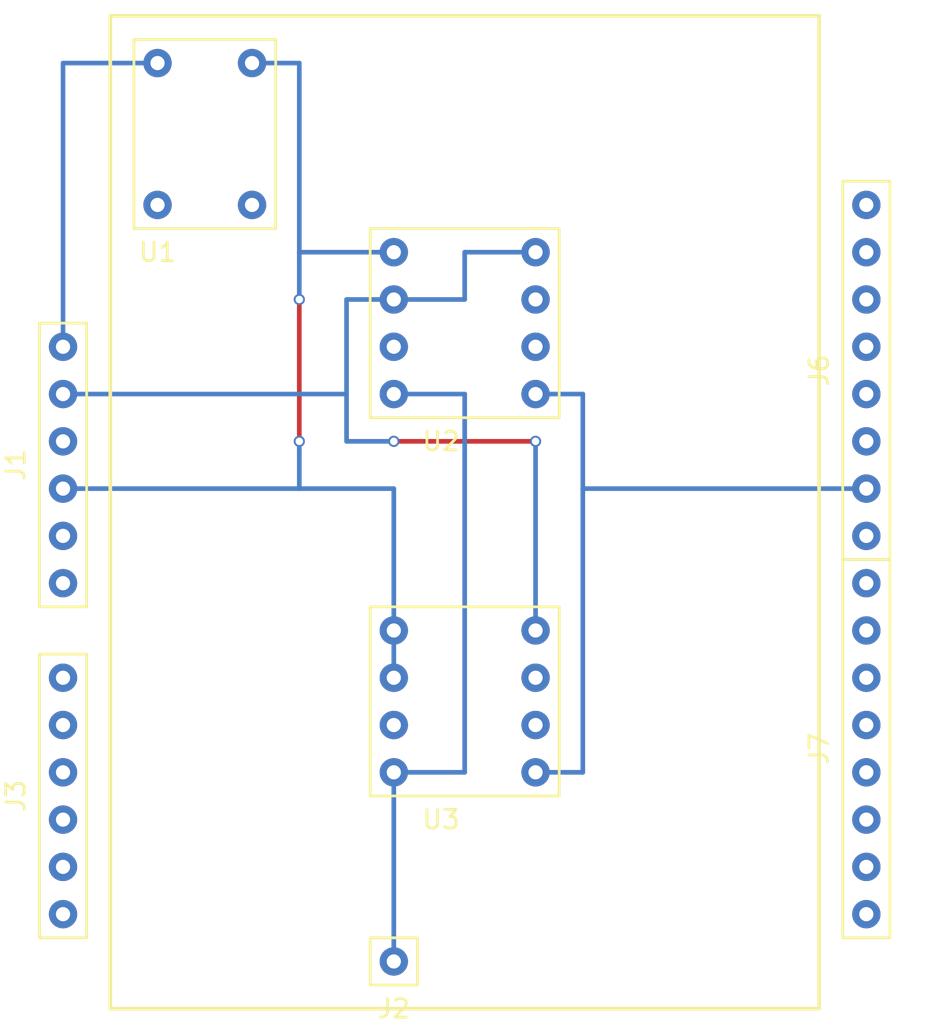
<source format=kicad_pcb>
(kicad_pcb (version 4) (host pcbnew 4.0.7)

  (general
    (links 12)
    (no_connects 1)
    (area 105.084999 84.115 158.555 139.505)
    (thickness 1.6)
    (drawings 4)
    (tracks 34)
    (zones 0)
    (modules 8)
    (nets 38)
  )

  (page A4)
  (layers
    (0 F.Cu signal)
    (31 B.Cu signal)
    (32 B.Adhes user)
    (33 F.Adhes user)
    (34 B.Paste user)
    (35 F.Paste user)
    (36 B.SilkS user)
    (37 F.SilkS user)
    (38 B.Mask user)
    (39 F.Mask user)
    (40 Dwgs.User user)
    (41 Cmts.User user)
    (42 Eco1.User user)
    (43 Eco2.User user)
    (44 Edge.Cuts user)
    (45 Margin user)
    (46 B.CrtYd user)
    (47 F.CrtYd user)
    (48 B.Fab user)
    (49 F.Fab user)
  )

  (setup
    (last_trace_width 0.25)
    (trace_clearance 0.2)
    (zone_clearance 0.508)
    (zone_45_only no)
    (trace_min 0.2)
    (segment_width 0.2)
    (edge_width 0.15)
    (via_size 0.6)
    (via_drill 0.4)
    (via_min_size 0.4)
    (via_min_drill 0.3)
    (uvia_size 0.3)
    (uvia_drill 0.1)
    (uvias_allowed no)
    (uvia_min_size 0.2)
    (uvia_min_drill 0.1)
    (pcb_text_width 0.3)
    (pcb_text_size 1.5 1.5)
    (mod_edge_width 0.15)
    (mod_text_size 1 1)
    (mod_text_width 0.15)
    (pad_size 1.524 1.524)
    (pad_drill 0.762)
    (pad_to_mask_clearance 0.2)
    (aux_axis_origin 0 0)
    (visible_elements 7FFFFFFF)
    (pcbplotparams
      (layerselection 0x00030_80000001)
      (usegerberextensions false)
      (excludeedgelayer true)
      (linewidth 0.100000)
      (plotframeref false)
      (viasonmask false)
      (mode 1)
      (useauxorigin false)
      (hpglpennumber 1)
      (hpglpenspeed 20)
      (hpglpendiameter 15)
      (hpglpenoverlay 2)
      (psnegative false)
      (psa4output false)
      (plotreference true)
      (plotvalue true)
      (plotinvisibletext false)
      (padsonsilk false)
      (subtractmaskfromsilk false)
      (outputformat 1)
      (mirror false)
      (drillshape 0)
      (scaleselection 1)
      (outputdirectory ""))
  )

  (net 0 "")
  (net 1 "Net-(J1-Pad1)")
  (net 2 +3V3)
  (net 3 "Net-(J1-Pad3)")
  (net 4 GND)
  (net 5 "Net-(J1-Pad5)")
  (net 6 "Net-(J1-Pad6)")
  (net 7 "Net-(J2-Pad1)")
  (net 8 "Net-(J3-Pad1)")
  (net 9 "Net-(J3-Pad2)")
  (net 10 "Net-(J3-Pad3)")
  (net 11 "Net-(J3-Pad4)")
  (net 12 "Net-(J3-Pad5)")
  (net 13 "Net-(J3-Pad6)")
  (net 14 "Net-(J4-Pad4)")
  (net 15 "Net-(J4-Pad5)")
  (net 16 "Net-(J6-Pad1)")
  (net 17 "Net-(J6-Pad2)")
  (net 18 "Net-(J6-Pad3)")
  (net 19 "Net-(J6-Pad4)")
  (net 20 "Net-(J6-Pad5)")
  (net 21 "Net-(J6-Pad6)")
  (net 22 "Net-(J6-Pad7)")
  (net 23 "Net-(J6-Pad8)")
  (net 24 "Net-(J7-Pad1)")
  (net 25 "Net-(J7-Pad2)")
  (net 26 "Net-(J7-Pad3)")
  (net 27 "Net-(J7-Pad4)")
  (net 28 "Net-(J7-Pad5)")
  (net 29 "Net-(J7-Pad6)")
  (net 30 "Net-(U1-Pad2)")
  (net 31 "Net-(U1-Pad4)")
  (net 32 "Net-(U2-Pad3)")
  (net 33 "Net-(U2-Pad6)")
  (net 34 "Net-(U2-Pad7)")
  (net 35 "Net-(U3-Pad3)")
  (net 36 "Net-(U3-Pad6)")
  (net 37 "Net-(U3-Pad7)")

  (net_class Default "This is the default net class."
    (clearance 0.2)
    (trace_width 0.25)
    (via_dia 0.6)
    (via_drill 0.4)
    (uvia_dia 0.3)
    (uvia_drill 0.1)
    (add_net +3V3)
    (add_net GND)
    (add_net "Net-(J1-Pad1)")
    (add_net "Net-(J1-Pad3)")
    (add_net "Net-(J1-Pad5)")
    (add_net "Net-(J1-Pad6)")
    (add_net "Net-(J2-Pad1)")
    (add_net "Net-(J3-Pad1)")
    (add_net "Net-(J3-Pad2)")
    (add_net "Net-(J3-Pad3)")
    (add_net "Net-(J3-Pad4)")
    (add_net "Net-(J3-Pad5)")
    (add_net "Net-(J3-Pad6)")
    (add_net "Net-(J4-Pad4)")
    (add_net "Net-(J4-Pad5)")
    (add_net "Net-(J6-Pad1)")
    (add_net "Net-(J6-Pad2)")
    (add_net "Net-(J6-Pad3)")
    (add_net "Net-(J6-Pad4)")
    (add_net "Net-(J6-Pad5)")
    (add_net "Net-(J6-Pad6)")
    (add_net "Net-(J6-Pad7)")
    (add_net "Net-(J6-Pad8)")
    (add_net "Net-(J7-Pad1)")
    (add_net "Net-(J7-Pad2)")
    (add_net "Net-(J7-Pad3)")
    (add_net "Net-(J7-Pad4)")
    (add_net "Net-(J7-Pad5)")
    (add_net "Net-(J7-Pad6)")
    (add_net "Net-(U1-Pad2)")
    (add_net "Net-(U1-Pad4)")
    (add_net "Net-(U2-Pad3)")
    (add_net "Net-(U2-Pad6)")
    (add_net "Net-(U2-Pad7)")
    (add_net "Net-(U3-Pad3)")
    (add_net "Net-(U3-Pad6)")
    (add_net "Net-(U3-Pad7)")
  )

  (module "mcu:Pin Header 6P" (layer F.Cu) (tedit 5B459186) (tstamp 5BEA9440)
    (at 111.76 109.22 270)
    (path /5BEA8FE6)
    (fp_text reference J1 (at 0 2.54 270) (layer F.SilkS)
      (effects (font (size 1 1) (thickness 0.15)))
    )
    (fp_text value Conn_01x06_Male (at 0 -2.54 270) (layer F.Fab)
      (effects (font (size 1 1) (thickness 0.15)))
    )
    (fp_line (start -7.62 -1.27) (end -7.62 1.27) (layer F.SilkS) (width 0.15))
    (fp_line (start -7.62 1.27) (end 7.62 1.27) (layer F.SilkS) (width 0.15))
    (fp_line (start 7.62 1.27) (end 7.62 -1.27) (layer F.SilkS) (width 0.15))
    (fp_line (start 7.62 -1.27) (end -7.62 -1.27) (layer F.SilkS) (width 0.15))
    (pad 1 thru_hole circle (at -6.35 0 270) (size 1.524 1.524) (drill 0.762) (layers *.Cu *.Mask)
      (net 1 "Net-(J1-Pad1)"))
    (pad 2 thru_hole circle (at -3.81 0 270) (size 1.524 1.524) (drill 0.762) (layers *.Cu *.Mask)
      (net 2 +3V3))
    (pad 3 thru_hole circle (at -1.27 0 270) (size 1.524 1.524) (drill 0.762) (layers *.Cu *.Mask)
      (net 3 "Net-(J1-Pad3)"))
    (pad 4 thru_hole circle (at 1.27 0 270) (size 1.524 1.524) (drill 0.762) (layers *.Cu *.Mask)
      (net 4 GND))
    (pad 5 thru_hole circle (at 3.81 0 270) (size 1.524 1.524) (drill 0.762) (layers *.Cu *.Mask)
      (net 5 "Net-(J1-Pad5)"))
    (pad 6 thru_hole circle (at 6.35 0 270) (size 1.524 1.524) (drill 0.762) (layers *.Cu *.Mask)
      (net 6 "Net-(J1-Pad6)"))
  )

  (module mcu:Pin_header_1P (layer F.Cu) (tedit 5BEA9191) (tstamp 5BEA9449)
    (at 129.54 135.89)
    (path /5BEA9234)
    (fp_text reference J2 (at 0 2.54) (layer F.SilkS)
      (effects (font (size 1 1) (thickness 0.15)))
    )
    (fp_text value Conn_01x01_Male (at 0 -2.54) (layer F.Fab)
      (effects (font (size 1 1) (thickness 0.15)))
    )
    (fp_line (start -1.27 -1.27) (end -1.27 1.27) (layer F.SilkS) (width 0.15))
    (fp_line (start -1.27 1.27) (end 1.27 1.27) (layer F.SilkS) (width 0.15))
    (fp_line (start 1.27 1.27) (end 1.27 -1.27) (layer F.SilkS) (width 0.15))
    (fp_line (start 1.27 -1.27) (end -1.27 -1.27) (layer F.SilkS) (width 0.15))
    (pad 1 thru_hole circle (at 0 0) (size 1.524 1.524) (drill 0.762) (layers *.Cu *.Mask)
      (net 7 "Net-(J2-Pad1)"))
  )

  (module "mcu:Pin Header 6P" (layer F.Cu) (tedit 5B459186) (tstamp 5BEA9453)
    (at 111.76 127 270)
    (path /5BEA152F)
    (fp_text reference J3 (at 0 2.54 270) (layer F.SilkS)
      (effects (font (size 1 1) (thickness 0.15)))
    )
    (fp_text value Conn_01x06_Male (at 0 -2.54 270) (layer F.Fab)
      (effects (font (size 1 1) (thickness 0.15)))
    )
    (fp_line (start -7.62 -1.27) (end -7.62 1.27) (layer F.SilkS) (width 0.15))
    (fp_line (start -7.62 1.27) (end 7.62 1.27) (layer F.SilkS) (width 0.15))
    (fp_line (start 7.62 1.27) (end 7.62 -1.27) (layer F.SilkS) (width 0.15))
    (fp_line (start 7.62 -1.27) (end -7.62 -1.27) (layer F.SilkS) (width 0.15))
    (pad 1 thru_hole circle (at -6.35 0 270) (size 1.524 1.524) (drill 0.762) (layers *.Cu *.Mask)
      (net 8 "Net-(J3-Pad1)"))
    (pad 2 thru_hole circle (at -3.81 0 270) (size 1.524 1.524) (drill 0.762) (layers *.Cu *.Mask)
      (net 9 "Net-(J3-Pad2)"))
    (pad 3 thru_hole circle (at -1.27 0 270) (size 1.524 1.524) (drill 0.762) (layers *.Cu *.Mask)
      (net 10 "Net-(J3-Pad3)"))
    (pad 4 thru_hole circle (at 1.27 0 270) (size 1.524 1.524) (drill 0.762) (layers *.Cu *.Mask)
      (net 11 "Net-(J3-Pad4)"))
    (pad 5 thru_hole circle (at 3.81 0 270) (size 1.524 1.524) (drill 0.762) (layers *.Cu *.Mask)
      (net 12 "Net-(J3-Pad5)"))
    (pad 6 thru_hole circle (at 6.35 0 270) (size 1.524 1.524) (drill 0.762) (layers *.Cu *.Mask)
      (net 13 "Net-(J3-Pad6)"))
  )

  (module "mcu:Pin Header 8P" (layer F.Cu) (tedit 5B4591E3) (tstamp 5BEA9469)
    (at 154.94 104.14 270)
    (path /5BEA0A3B)
    (fp_text reference J6 (at 0 2.54 270) (layer F.SilkS)
      (effects (font (size 1 1) (thickness 0.15)))
    )
    (fp_text value Conn_01x08_Male (at 0 -2.54 270) (layer F.Fab)
      (effects (font (size 1 1) (thickness 0.15)))
    )
    (fp_line (start -10.16 -1.27) (end -10.16 1.27) (layer F.SilkS) (width 0.15))
    (fp_line (start -10.16 1.27) (end 10.16 1.27) (layer F.SilkS) (width 0.15))
    (fp_line (start 10.16 1.27) (end 10.16 -1.27) (layer F.SilkS) (width 0.15))
    (fp_line (start 10.16 -1.27) (end -10.16 -1.27) (layer F.SilkS) (width 0.15))
    (pad 1 thru_hole circle (at -8.89 0 270) (size 1.524 1.524) (drill 0.762) (layers *.Cu *.Mask)
      (net 16 "Net-(J6-Pad1)"))
    (pad 2 thru_hole circle (at -6.35 0 270) (size 1.524 1.524) (drill 0.762) (layers *.Cu *.Mask)
      (net 17 "Net-(J6-Pad2)"))
    (pad 3 thru_hole circle (at -3.81 0 270) (size 1.524 1.524) (drill 0.762) (layers *.Cu *.Mask)
      (net 18 "Net-(J6-Pad3)"))
    (pad 4 thru_hole circle (at -1.27 0 270) (size 1.524 1.524) (drill 0.762) (layers *.Cu *.Mask)
      (net 19 "Net-(J6-Pad4)"))
    (pad 5 thru_hole circle (at 1.27 0 270) (size 1.524 1.524) (drill 0.762) (layers *.Cu *.Mask)
      (net 20 "Net-(J6-Pad5)"))
    (pad 6 thru_hole circle (at 3.81 0 270) (size 1.524 1.524) (drill 0.762) (layers *.Cu *.Mask)
      (net 21 "Net-(J6-Pad6)"))
    (pad 7 thru_hole circle (at 6.35 0 270) (size 1.524 1.524) (drill 0.762) (layers *.Cu *.Mask)
      (net 22 "Net-(J6-Pad7)"))
    (pad 8 thru_hole circle (at 8.89 0 270) (size 1.524 1.524) (drill 0.762) (layers *.Cu *.Mask)
      (net 23 "Net-(J6-Pad8)"))
  )

  (module "mcu:Pin Header 8P" (layer F.Cu) (tedit 5B4591E3) (tstamp 5BEA9475)
    (at 154.94 124.46 270)
    (path /5BEA0DD0)
    (fp_text reference J7 (at 0 2.54 270) (layer F.SilkS)
      (effects (font (size 1 1) (thickness 0.15)))
    )
    (fp_text value Conn_01x08_Male (at 0 -2.54 270) (layer F.Fab)
      (effects (font (size 1 1) (thickness 0.15)))
    )
    (fp_line (start -10.16 -1.27) (end -10.16 1.27) (layer F.SilkS) (width 0.15))
    (fp_line (start -10.16 1.27) (end 10.16 1.27) (layer F.SilkS) (width 0.15))
    (fp_line (start 10.16 1.27) (end 10.16 -1.27) (layer F.SilkS) (width 0.15))
    (fp_line (start 10.16 -1.27) (end -10.16 -1.27) (layer F.SilkS) (width 0.15))
    (pad 1 thru_hole circle (at -8.89 0 270) (size 1.524 1.524) (drill 0.762) (layers *.Cu *.Mask)
      (net 24 "Net-(J7-Pad1)"))
    (pad 2 thru_hole circle (at -6.35 0 270) (size 1.524 1.524) (drill 0.762) (layers *.Cu *.Mask)
      (net 25 "Net-(J7-Pad2)"))
    (pad 3 thru_hole circle (at -3.81 0 270) (size 1.524 1.524) (drill 0.762) (layers *.Cu *.Mask)
      (net 26 "Net-(J7-Pad3)"))
    (pad 4 thru_hole circle (at -1.27 0 270) (size 1.524 1.524) (drill 0.762) (layers *.Cu *.Mask)
      (net 27 "Net-(J7-Pad4)"))
    (pad 5 thru_hole circle (at 1.27 0 270) (size 1.524 1.524) (drill 0.762) (layers *.Cu *.Mask)
      (net 28 "Net-(J7-Pad5)"))
    (pad 6 thru_hole circle (at 3.81 0 270) (size 1.524 1.524) (drill 0.762) (layers *.Cu *.Mask)
      (net 29 "Net-(J7-Pad6)"))
    (pad 7 thru_hole circle (at 6.35 0 270) (size 1.524 1.524) (drill 0.762) (layers *.Cu *.Mask)
      (net 14 "Net-(J4-Pad4)"))
    (pad 8 thru_hole circle (at 8.89 0 270) (size 1.524 1.524) (drill 0.762) (layers *.Cu *.Mask)
      (net 15 "Net-(J4-Pad5)"))
  )

  (module mcu:tactile_sw_4p (layer F.Cu) (tedit 5BEA2BB9) (tstamp 5BEA947D)
    (at 119.38 91.44)
    (path /5BEA1A70)
    (fp_text reference U1 (at -2.54 6.35) (layer F.SilkS)
      (effects (font (size 1 1) (thickness 0.15)))
    )
    (fp_text value tactile_sw (at 0 -6.35) (layer F.Fab)
      (effects (font (size 1 1) (thickness 0.15)))
    )
    (fp_line (start -3.81 -5.08) (end -3.81 5.08) (layer F.SilkS) (width 0.15))
    (fp_line (start -3.81 5.08) (end 3.81 5.08) (layer F.SilkS) (width 0.15))
    (fp_line (start 3.81 5.08) (end 3.81 -5.08) (layer F.SilkS) (width 0.15))
    (fp_line (start 3.81 -5.08) (end -3.81 -5.08) (layer F.SilkS) (width 0.15))
    (pad 1 thru_hole circle (at 2.54 -3.81) (size 1.524 1.524) (drill 0.762) (layers *.Cu *.Mask)
      (net 4 GND))
    (pad 2 thru_hole circle (at 2.54 3.81) (size 1.524 1.524) (drill 0.762) (layers *.Cu *.Mask)
      (net 30 "Net-(U1-Pad2)"))
    (pad 3 thru_hole circle (at -2.54 -3.81) (size 1.524 1.524) (drill 0.762) (layers *.Cu *.Mask)
      (net 1 "Net-(J1-Pad1)"))
    (pad 4 thru_hole circle (at -2.54 3.81) (size 1.524 1.524) (drill 0.762) (layers *.Cu *.Mask)
      (net 31 "Net-(U1-Pad4)"))
  )

  (module mcu:MEMS_mic (layer F.Cu) (tedit 5BEA1742) (tstamp 5BEA9489)
    (at 133.35 101.6)
    (path /5BEA0916)
    (fp_text reference U2 (at -1.27 6.35) (layer F.SilkS)
      (effects (font (size 1 1) (thickness 0.15)))
    )
    (fp_text value mems_mic (at 0 -6.35) (layer F.Fab)
      (effects (font (size 1 1) (thickness 0.15)))
    )
    (fp_line (start -5.08 -5.08) (end -5.08 5.08) (layer F.SilkS) (width 0.15))
    (fp_line (start -5.08 5.08) (end 5.08 5.08) (layer F.SilkS) (width 0.15))
    (fp_line (start 5.08 5.08) (end 5.08 -5.08) (layer F.SilkS) (width 0.15))
    (fp_line (start 5.08 -5.08) (end -5.08 -5.08) (layer F.SilkS) (width 0.15))
    (pad 1 thru_hole circle (at -3.81 -3.81) (size 1.524 1.524) (drill 0.762) (layers *.Cu *.Mask)
      (net 4 GND))
    (pad 2 thru_hole circle (at -3.81 -1.27) (size 1.524 1.524) (drill 0.762) (layers *.Cu *.Mask)
      (net 2 +3V3))
    (pad 3 thru_hole circle (at -3.81 1.27) (size 1.524 1.524) (drill 0.762) (layers *.Cu *.Mask)
      (net 32 "Net-(U2-Pad3)"))
    (pad 4 thru_hole circle (at -3.81 3.81) (size 1.524 1.524) (drill 0.762) (layers *.Cu *.Mask)
      (net 7 "Net-(J2-Pad1)"))
    (pad 5 thru_hole circle (at 3.81 3.81) (size 1.524 1.524) (drill 0.762) (layers *.Cu *.Mask)
      (net 22 "Net-(J6-Pad7)"))
    (pad 6 thru_hole circle (at 3.81 1.27) (size 1.524 1.524) (drill 0.762) (layers *.Cu *.Mask)
      (net 33 "Net-(U2-Pad6)"))
    (pad 7 thru_hole circle (at 3.81 -1.27) (size 1.524 1.524) (drill 0.762) (layers *.Cu *.Mask)
      (net 34 "Net-(U2-Pad7)"))
    (pad 8 thru_hole circle (at 3.81 -3.81) (size 1.524 1.524) (drill 0.762) (layers *.Cu *.Mask)
      (net 2 +3V3))
  )

  (module mcu:MEMS_mic (layer F.Cu) (tedit 5BEA1742) (tstamp 5BEA9495)
    (at 133.35 121.92)
    (path /5BEA0942)
    (fp_text reference U3 (at -1.27 6.35) (layer F.SilkS)
      (effects (font (size 1 1) (thickness 0.15)))
    )
    (fp_text value mems_mic (at 0 -6.35) (layer F.Fab)
      (effects (font (size 1 1) (thickness 0.15)))
    )
    (fp_line (start -5.08 -5.08) (end -5.08 5.08) (layer F.SilkS) (width 0.15))
    (fp_line (start -5.08 5.08) (end 5.08 5.08) (layer F.SilkS) (width 0.15))
    (fp_line (start 5.08 5.08) (end 5.08 -5.08) (layer F.SilkS) (width 0.15))
    (fp_line (start 5.08 -5.08) (end -5.08 -5.08) (layer F.SilkS) (width 0.15))
    (pad 1 thru_hole circle (at -3.81 -3.81) (size 1.524 1.524) (drill 0.762) (layers *.Cu *.Mask)
      (net 4 GND))
    (pad 2 thru_hole circle (at -3.81 -1.27) (size 1.524 1.524) (drill 0.762) (layers *.Cu *.Mask)
      (net 4 GND))
    (pad 3 thru_hole circle (at -3.81 1.27) (size 1.524 1.524) (drill 0.762) (layers *.Cu *.Mask)
      (net 35 "Net-(U3-Pad3)"))
    (pad 4 thru_hole circle (at -3.81 3.81) (size 1.524 1.524) (drill 0.762) (layers *.Cu *.Mask)
      (net 7 "Net-(J2-Pad1)"))
    (pad 5 thru_hole circle (at 3.81 3.81) (size 1.524 1.524) (drill 0.762) (layers *.Cu *.Mask)
      (net 22 "Net-(J6-Pad7)"))
    (pad 6 thru_hole circle (at 3.81 1.27) (size 1.524 1.524) (drill 0.762) (layers *.Cu *.Mask)
      (net 36 "Net-(U3-Pad6)"))
    (pad 7 thru_hole circle (at 3.81 -1.27) (size 1.524 1.524) (drill 0.762) (layers *.Cu *.Mask)
      (net 37 "Net-(U3-Pad7)"))
    (pad 8 thru_hole circle (at 3.81 -3.81) (size 1.524 1.524) (drill 0.762) (layers *.Cu *.Mask)
      (net 2 +3V3))
  )

  (gr_line (start 152.4 85.09) (end 152.4 138.43) (angle 90) (layer F.SilkS) (width 0.2))
  (gr_line (start 114.3 85.09) (end 152.4 85.09) (angle 90) (layer F.SilkS) (width 0.2))
  (gr_line (start 114.3 138.43) (end 152.4 138.43) (angle 90) (layer F.SilkS) (width 0.2))
  (gr_line (start 114.3 85.09) (end 114.3 138.43) (angle 90) (layer F.SilkS) (width 0.2))

  (segment (start 111.76 102.87) (end 111.76 87.63) (width 0.25) (layer B.Cu) (net 1))
  (segment (start 111.76 87.63) (end 116.84 87.63) (width 0.25) (layer B.Cu) (net 1) (tstamp 5C0B6959))
  (segment (start 137.16 118.11) (end 137.16 107.95) (width 0.25) (layer B.Cu) (net 2))
  (segment (start 127 107.95) (end 127 105.41) (width 0.25) (layer B.Cu) (net 2))
  (segment (start 129.54 107.95) (end 127 107.95) (width 0.25) (layer B.Cu) (net 2) (tstamp 5C0B6A1A))
  (via (at 129.54 107.95) (size 0.6) (drill 0.4) (layers F.Cu B.Cu) (net 2))
  (segment (start 137.16 107.95) (end 129.54 107.95) (width 0.25) (layer F.Cu) (net 2) (tstamp 5C0B6A17))
  (via (at 137.16 107.95) (size 0.6) (drill 0.4) (layers F.Cu B.Cu) (net 2))
  (segment (start 111.76 105.41) (end 127 105.41) (width 0.25) (layer B.Cu) (net 2))
  (segment (start 127 100.33) (end 129.54 100.33) (width 0.25) (layer B.Cu) (net 2) (tstamp 5C0B6913))
  (segment (start 127 105.41) (end 127 100.33) (width 0.25) (layer B.Cu) (net 2) (tstamp 5C0B6910))
  (segment (start 129.54 100.33) (end 133.35 100.33) (width 0.25) (layer B.Cu) (net 2))
  (segment (start 133.35 97.79) (end 137.16 97.79) (width 0.25) (layer B.Cu) (net 2) (tstamp 5C0B6900))
  (segment (start 133.35 100.33) (end 133.35 97.79) (width 0.25) (layer B.Cu) (net 2) (tstamp 5C0B68FC))
  (segment (start 129.54 97.79) (end 124.46 97.79) (width 0.25) (layer B.Cu) (net 4) (status 400000))
  (segment (start 124.46 110.49) (end 124.46 107.95) (width 0.25) (layer B.Cu) (net 4))
  (segment (start 124.46 100.33) (end 124.46 97.79) (width 0.25) (layer B.Cu) (net 4) (tstamp 5C0B6979))
  (segment (start 124.46 97.79) (end 124.46 87.63) (width 0.25) (layer B.Cu) (net 4) (tstamp 5C0B6A6C))
  (via (at 124.46 100.33) (size 0.6) (drill 0.4) (layers F.Cu B.Cu) (net 4))
  (segment (start 124.46 107.95) (end 124.46 100.33) (width 0.25) (layer F.Cu) (net 4) (tstamp 5C0B6974))
  (via (at 124.46 107.95) (size 0.6) (drill 0.4) (layers F.Cu B.Cu) (net 4))
  (segment (start 121.92 87.63) (end 124.46 87.63) (width 0.25) (layer B.Cu) (net 4))
  (segment (start 111.76 110.49) (end 124.46 110.49) (width 0.25) (layer B.Cu) (net 4))
  (segment (start 124.46 110.49) (end 129.54 110.49) (width 0.25) (layer B.Cu) (net 4) (tstamp 5C0B6970))
  (segment (start 129.54 110.49) (end 129.54 120.65) (width 0.25) (layer B.Cu) (net 4) (tstamp 5C0B68CE))
  (segment (start 129.54 105.41) (end 133.35 105.41) (width 0.25) (layer B.Cu) (net 7))
  (segment (start 133.35 125.73) (end 129.54 125.73) (width 0.25) (layer B.Cu) (net 7) (tstamp 5C0B69D3))
  (segment (start 133.35 105.41) (end 133.35 125.73) (width 0.25) (layer B.Cu) (net 7) (tstamp 5C0B69CE))
  (segment (start 129.54 135.89) (end 129.54 125.73) (width 0.25) (layer B.Cu) (net 7))
  (segment (start 137.16 125.73) (end 139.7 125.73) (width 0.25) (layer B.Cu) (net 22))
  (segment (start 139.7 125.73) (end 139.7 110.49) (width 0.25) (layer B.Cu) (net 22) (tstamp 5C0B6938))
  (segment (start 137.16 105.41) (end 139.7 105.41) (width 0.25) (layer B.Cu) (net 22))
  (segment (start 139.7 110.49) (end 154.94 110.49) (width 0.25) (layer B.Cu) (net 22) (tstamp 5C0B6931))
  (segment (start 139.7 105.41) (end 139.7 110.49) (width 0.25) (layer B.Cu) (net 22) (tstamp 5C0B692F))

)

</source>
